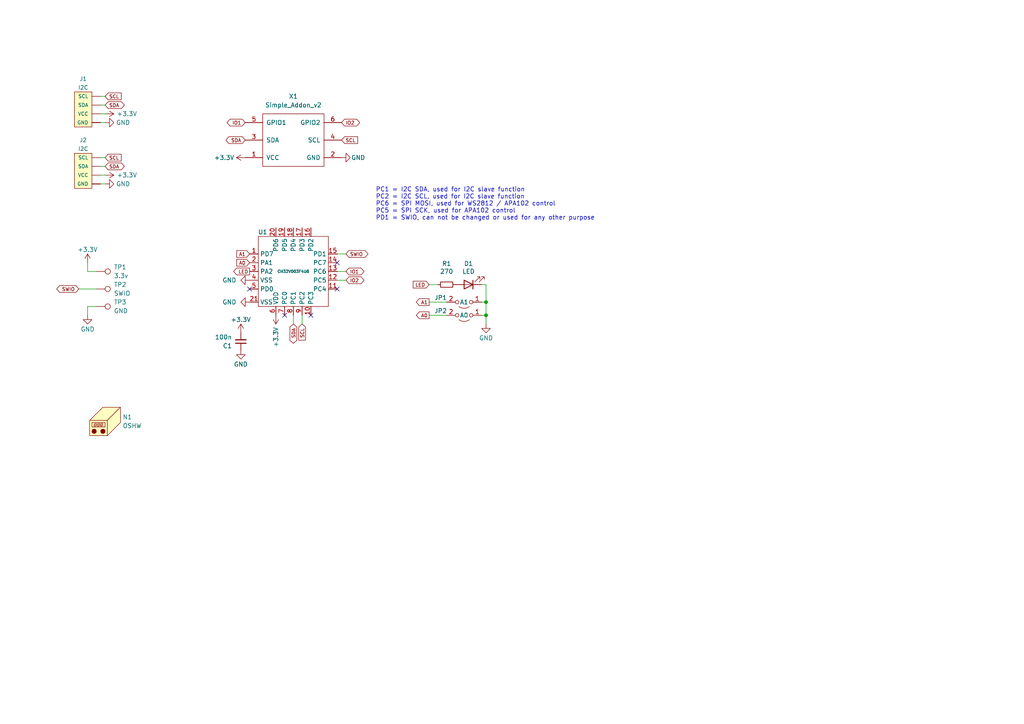
<source format=kicad_sch>
(kicad_sch (version 20231120) (generator "eeschema") (generator_version "7.99")
  (paper "A4")
  (title_block (title "QWIIC to SAO adapter") (date "2024-01-05") (rev "0.1") (company "Nicolai Electronics"))
  (lib_symbols
    (symbol "Connector:TestPoint" (pin_numbers hide) (pin_names (offset 0.762) hide)
      (property "Reference" "TP" (at 0 6.858 0))
      (property "Value" "TestPoint" (at 0 5.08 0))
      (symbol "TestPoint_0_1"
        (circle (center 0 3.302) (radius 0.762))
      )
      (symbol "TestPoint_1_1"
        (pin passive line (at 0 0 90) (length 2.54) (name "1") (number "1"))
      )
    )
    (symbol "Mechanical:Housing" (pin_names (offset 1.016))
      (property "Reference" "N" (at 3.81 0 0))
      (property "Value" "Housing" (at 3.81 -1.905 0))
      (symbol "Housing_0_1"
        (rectangle (start -5.08 -0.635) (end -1.27 -1.905))
        (circle (center -4.445 -3.175) (radius 0.635) (fill (type outline)))
        (circle (center -1.905 -3.175) (radius 0.635) (fill (type outline)))
        (polyline (pts (xy -4.5212 -1.5748) (xy -4.4704 -1.3716)))
        (polyline (pts (xy -4.4196 -1.6764) (xy -4.064 -1.6764)))
        (polyline (pts (xy -4.4196 -1.2192) (xy -4.3688 -0.9652)))
        (polyline (pts (xy -4.318 -1.3208) (xy -4.0132 -1.3208)))
        (polyline (pts (xy -4.2164 -0.9144) (xy -3.9116 -0.9144)))
        (polyline (pts (xy -3.9116 -1.6256) (xy -3.8608 -1.3716)))
        (polyline (pts (xy -3.81 -1.2192) (xy -3.7592 -0.9652)))
        (polyline (pts (xy -3.6068 -1.5748) (xy -3.556 -1.3716)))
        (polyline (pts (xy -3.5052 -1.6764) (xy -3.1496 -1.6764)))
        (polyline (pts (xy -3.5052 -1.2192) (xy -3.4544 -0.9652)))
        (polyline (pts (xy -3.4036 -1.3208) (xy -3.0988 -1.3208)))
        (polyline (pts (xy -3.302 -0.9144) (xy -2.9972 -0.9144)))
        (polyline (pts (xy -2.9972 -1.6256) (xy -2.9464 -1.3716)))
        (polyline (pts (xy -2.8956 -1.2192) (xy -2.8448 -0.9652)))
        (polyline (pts (xy -2.6924 -1.5748) (xy -2.6416 -1.3716)))
        (polyline (pts (xy -2.5908 -1.6764) (xy -2.2352 -1.6764)))
        (polyline (pts (xy -2.5908 -1.2192) (xy -2.54 -0.9652)))
        (polyline (pts (xy -2.4892 -1.3208) (xy -2.1844 -1.3208)))
        (polyline (pts (xy -2.3876 -0.9144) (xy -2.0828 -0.9144)))
        (polyline (pts (xy -2.0828 -1.6256) (xy -2.032 -1.3716)))
        (polyline (pts (xy -1.9812 -1.2192) (xy -1.9304 -0.9652)))
        (polyline (pts (xy -0.635 0) (xy -0.635 -4.445)))
        (polyline (pts (xy -5.715 0) (xy -0.635 0) (xy 3.175 3.81)))
        (polyline (pts (xy -5.715 0) (xy -5.715 -4.445) (xy -0.635 -4.445) (xy 3.175 -0.635) (xy 3.175 3.81) (xy -1.905 3.81) (xy -5.715 0)) (fill (type background)))
      )
    )
    (symbol "Simple_Addon_v2:Simple_Addon_v2" (pin_names (offset 1.016))
      (property "Reference" "X" (at 0 0 0))
      (property "Value" "Simple_Addon_v2" (at 0 20.32 0))
      (symbol "Simple_Addon_v2_0_1"
        (rectangle (start -7.62 8.89) (end 7.62 -8.89))
      )
      (symbol "Simple_Addon_v2_1_1"
        (pin input line (at -5.08 13.97 270) (length 5.08) (name "VCC") (number "1"))
        (pin input line (at -5.08 -13.97 90) (length 5.08) (name "GND") (number "2"))
        (pin input line (at 0 13.97 270) (length 5.08) (name "SDA") (number "3"))
        (pin input line (at 0 -13.97 90) (length 5.08) (name "SCL") (number "4"))
        (pin input line (at 5.08 13.97 270) (length 5.08) (name "GPIO1") (number "5"))
        (pin input line (at 5.08 -13.97 90) (length 5.08) (name "GPIO2") (number "6"))
      )
    )
    (symbol "ch32v003:CH32V003F4U6"
      (property "Reference" "U" (at 2.54 -22.86 0))
      (property "Value" "CH32V003F4U6" (at 0 0 0))
      (symbol "CH32V003F4U6_0_1"
        (rectangle (start -10.16 10.16) (end 10.16 -10.16))
      )
      (symbol "CH32V003F4U6_1_1"
        (pin bidirectional line (at -12.7 5.08 0) (length 2.54) (name "PD7") (number "1"))
        (pin bidirectional line (at 5.08 -12.7 90) (length 2.54) (name "PC3") (number "10"))
        (pin bidirectional line (at 12.7 -5.08 180) (length 2.54) (name "PC4") (number "11"))
        (pin bidirectional line (at 12.7 -2.54 180) (length 2.54) (name "PC5") (number "12"))
        (pin bidirectional line (at 12.7 0 180) (length 2.54) (name "PC6") (number "13"))
        (pin bidirectional line (at 12.7 2.54 180) (length 2.54) (name "PC7") (number "14"))
        (pin bidirectional line (at 12.7 5.08 180) (length 2.54) (name "PD1") (number "15"))
        (pin bidirectional line (at 5.08 12.7 270) (length 2.54) (name "PD2") (number "16"))
        (pin bidirectional line (at 2.54 12.7 270) (length 2.54) (name "PD3") (number "17"))
        (pin bidirectional line (at 0 12.7 270) (length 2.54) (name "PD4") (number "18"))
        (pin bidirectional line (at -2.54 12.7 270) (length 2.54) (name "PD5") (number "19"))
        (pin bidirectional line (at -12.7 2.54 0) (length 2.54) (name "PA1") (number "2"))
        (pin bidirectional line (at -5.08 12.7 270) (length 2.54) (name "PD6") (number "20"))
        (pin power_in line (at -12.7 -8.89 0) (length 2.54) (name "VSS") (number "21"))
        (pin bidirectional line (at -12.7 0 0) (length 2.54) (name "PA2") (number "3"))
        (pin power_in line (at -12.7 -2.54 0) (length 2.54) (name "VSS") (number "4"))
        (pin bidirectional line (at -12.7 -5.08 0) (length 2.54) (name "PD0") (number "5"))
        (pin power_in line (at -5.08 -12.7 90) (length 2.54) (name "VDD") (number "6"))
        (pin bidirectional line (at -2.54 -12.7 90) (length 2.54) (name "PC0") (number "7"))
        (pin bidirectional line (at 0 -12.7 90) (length 2.54) (name "PC1") (number "8"))
        (pin bidirectional line (at 2.54 -12.7 90) (length 2.54) (name "PC2") (number "9"))
      )
    )
    (symbol "power:+3.3V" (power) (pin_names (offset 0))
      (property "Value" "+3.3V" (at 0 3.556 0))
      (symbol "+3.3V_0_1"
        (polyline (pts (xy -0.762 1.27) (xy 0 2.54)))
        (polyline (pts (xy 0 0) (xy 0 2.54)))
        (polyline (pts (xy 0 2.54) (xy 0.762 1.27)))
      )
      (symbol "+3.3V_1_1"
        (pin power_in line (at 0 0 90) (length 0) hide (name "+3.3V") (number "1"))
      )
    )
    (symbol "power:GND" (power) (pin_names (offset 0))
      (property "Value" "GND" (at 0 -3.81 0))
      (symbol "GND_0_1"
        (polyline (pts (xy 0 0) (xy 0 -1.27) (xy 1.27 -1.27) (xy 0 -2.54) (xy -1.27 -1.27) (xy 0 -1.27)))
      )
      (symbol "GND_1_1"
        (pin power_in line (at 0 0 270) (length 0) hide (name "GND") (number "1"))
      )
    )
    (symbol "vfd:C_Small" (pin_numbers hide) (pin_names (offset 0.254) hide)
      (property "Reference" "C" (at 0.254 1.778 0))
      (property "Value" "C_Small" (at 0.254 -2.032 0))
      (symbol "C_Small_0_1"
        (polyline (pts (xy -1.524 -0.508) (xy 1.524 -0.508)) (stroke (width 0.3302)))
        (polyline (pts (xy -1.524 0.508) (xy 1.524 0.508)) (stroke (width 0.3048)))
      )
      (symbol "C_Small_1_1"
        (pin passive line (at 0 2.54 270) (length 2.032) (name "~") (number "1"))
        (pin passive line (at 0 -2.54 90) (length 2.032) (name "~") (number "2"))
      )
    )
    (symbol "vfd:Jumper_2_Open" (pin_names (offset 0) hide)
      (property "Reference" "JP" (at 0 2.794 0))
      (property "Value" "Jumper_2_Open" (at 0 -2.286 0))
      (symbol "Jumper_2_Open_0_0"
        (circle (center -2.032 0) (radius 0.508))
        (circle (center 2.032 0) (radius 0.508))
      )
      (symbol "Jumper_2_Open_0_1"
        (arc (start 1.524 1.27) (mid 0 1.778) (end -1.524 1.27))
      )
      (symbol "Jumper_2_Open_1_1"
        (pin passive line (at -5.08 0 0) (length 2.54) (name "A") (number "1"))
        (pin passive line (at 5.08 0 180) (length 2.54) (name "B") (number "2"))
      )
    )
    (symbol "vfd:LED" (pin_numbers hide) (pin_names (offset 1.016) hide)
      (property "Reference" "D" (at 0 2.54 0))
      (property "Value" "LED" (at 0 -2.54 0))
      (symbol "LED_0_1"
        (polyline (pts (xy -1.27 -1.27) (xy -1.27 1.27)) (stroke (width 0.254)))
        (polyline (pts (xy -1.27 0) (xy 1.27 0)))
        (polyline (pts (xy 1.27 -1.27) (xy 1.27 1.27) (xy -1.27 0) (xy 1.27 -1.27)) (stroke (width 0.254)))
        (polyline (pts (xy -3.048 -0.762) (xy -4.572 -2.286) (xy -3.81 -2.286) (xy -4.572 -2.286) (xy -4.572 -1.524)))
        (polyline (pts (xy -1.778 -0.762) (xy -3.302 -2.286) (xy -2.54 -2.286) (xy -3.302 -2.286) (xy -3.302 -1.524)))
      )
      (symbol "LED_1_1"
        (pin passive line (at -3.81 0 0) (length 2.54) (name "K") (number "1"))
        (pin passive line (at 3.81 0 180) (length 2.54) (name "A") (number "2"))
      )
    )
    (symbol "vfd:R_Small" (pin_numbers hide) (pin_names (offset 0.254) hide)
      (property "Reference" "R" (at 0.762 0.508 0))
      (property "Value" "R_Small" (at 0.762 -1.016 0))
      (symbol "R_Small_0_1"
        (rectangle (start -0.762 1.778) (end 0.762 -1.778) (stroke (width 0.2032)))
      )
      (symbol "R_Small_1_1"
        (pin passive line (at 0 2.54 270) (length 0.762) (name "~") (number "1"))
        (pin passive line (at 0 -2.54 90) (length 0.762) (name "~") (number "2"))
      )
    )
    (symbol "vfd:qwiic" (pin_numbers hide) (pin_names (offset 1.016))
      (property "Reference" "J3" (at -3.81 10.16 0))
      (property "Value" "I2C" (at -10.16 3.81 90))
      (property "Field4" "CONN-13694" (at -7.62 3.81 90))
      (symbol "qwiic_1_0"
        (rectangle (start 0 -1.27) (end -5.08 8.89) (fill (type background)))
      )
      (symbol "qwiic_1_1"
        (pin power_in line (at 2.54 0 180) (length 2.54) (name "GND") (number "1"))
        (pin power_in line (at 2.54 2.54 180) (length 2.54) (name "VCC") (number "2"))
        (pin passive line (at 2.54 5.08 180) (length 2.54) (name "SDA") (number "3"))
        (pin passive line (at 2.54 7.62 180) (length 2.54) (name "SCL") (number "4"))
        (pin power_in line (at 2.54 0 180) (length 2.54) (name "~") (number "5"))
        (pin power_in line (at 2.54 0 180) (length 2.54) (name "~") (number "6"))
      )
    )
  )
  (junction (at 140.97 87.63))
  (junction (at 140.97 91.44))
  (no_connect (at 97.79 83.82))
  (no_connect (at 82.55 91.44))
  (no_connect (at 97.79 76.2))
  (no_connect (at 72.39 83.82))
  (no_connect (at 90.17 91.44))
  (wire (pts (xy 124.46 82.55) (xy 127 82.55)))
  (wire (pts (xy 139.7 87.63) (xy 140.97 87.63)))
  (wire (pts (xy 97.79 78.74) (xy 100.33 78.74)))
  (wire (pts (xy 85.09 91.44) (xy 85.09 93.98)))
  (wire (pts (xy 29.21 45.72) (xy 30.48 45.72)))
  (wire (pts (xy 25.4 78.74) (xy 27.94 78.74)))
  (wire (pts (xy 87.63 91.44) (xy 87.63 93.98)))
  (wire (pts (xy 29.21 27.94) (xy 30.48 27.94)))
  (wire (pts (xy 29.21 30.48) (xy 30.48 30.48)))
  (wire (pts (xy 27.94 88.9) (xy 25.4 88.9)))
  (wire (pts (xy 29.21 48.26) (xy 30.48 48.26)))
  (wire (pts (xy 124.46 87.63) (xy 129.54 87.63)))
  (wire (pts (xy 29.21 53.34) (xy 30.48 53.34)))
  (wire (pts (xy 25.4 88.9) (xy 25.4 91.44)))
  (wire (pts (xy 140.97 91.44) (xy 140.97 93.98)))
  (wire (pts (xy 139.7 91.44) (xy 140.97 91.44)))
  (wire (pts (xy 97.79 73.66) (xy 100.33 73.66)))
  (wire (pts (xy 29.21 50.8) (xy 30.48 50.8)))
  (wire (pts (xy 29.21 35.56) (xy 30.48 35.56)))
  (wire (pts (xy 25.4 76.2) (xy 25.4 78.74)))
  (wire (pts (xy 22.86 83.82) (xy 27.94 83.82)))
  (wire (pts (xy 124.46 91.44) (xy 129.54 91.44)))
  (wire (pts (xy 140.97 82.55) (xy 139.7 82.55)))
  (wire (pts (xy 140.97 87.63) (xy 140.97 91.44)))
  (wire (pts (xy 29.21 33.02) (xy 30.48 33.02)))
  (wire (pts (xy 97.79 81.28) (xy 100.33 81.28)))
  (wire (pts (xy 140.97 87.63) (xy 140.97 82.55)))
  (text "PC1 = I2C SDA, used for I2C slave function\nPC2 = I2C SCL, used for I2C slave function\nPC6 = SPI MOSI, used for WS2812 / APA102 control \nPC5 = SPI SCK, used for APA102 control\nPD1 = SWIO, can not be changed or used for any other purpose" (at 108.966 59.182 0) (effects (font (size 1.27 1.27)) (justify left)))
  (global_label "SDA" (shape bidirectional) (at 71.12 40.64 180) (effects (font (size 1 1))) (property "Intersheetrefs" "${INTERSHEET_REFS}" (effects (hide yes))))
  (global_label "SCL" (shape input) (at 87.63 93.98 270) (effects (font (size 1 1))) (property "Intersheetrefs" "${INTERSHEET_REFS}" (effects (hide yes))))
  (global_label "SDA" (shape bidirectional) (at 85.09 93.98 270) (effects (font (size 1 1))) (property "Intersheetrefs" "${INTERSHEET_REFS}" (effects (hide yes))))
  (global_label "SCL" (shape input) (at 30.48 45.72 0) (effects (font (size 1 1))) (property "Intersheetrefs" "${INTERSHEET_REFS}" (effects (hide yes))))
  (global_label "A0" (shape output) (at 124.46 91.44 180) (effects (font (size 1 1))) (property "Intersheetrefs" "${INTERSHEET_REFS}" (effects (hide yes))))
  (global_label "SCL" (shape input) (at 99.06 40.64 0) (effects (font (size 1 1))) (property "Intersheetrefs" "${INTERSHEET_REFS}" (effects (hide yes))))
  (global_label "A0" (shape input) (at 72.39 76.2 180) (effects (font (size 1 1))) (property "Intersheetrefs" "${INTERSHEET_REFS}" (effects (hide yes))))
  (global_label "SWIO" (shape bidirectional) (at 22.86 83.82 180) (effects (font (size 1 1))) (property "Intersheetrefs" "${INTERSHEET_REFS}" (effects (hide yes))))
  (global_label "SCL" (shape input) (at 30.48 27.94 0) (effects (font (size 1 1))) (property "Intersheetrefs" "${INTERSHEET_REFS}" (effects (hide yes))))
  (global_label "LED" (shape output) (at 72.39 78.74 180) (effects (font (size 1 1))) (property "Intersheetrefs" "${INTERSHEET_REFS}" (effects (hide yes))))
  (global_label "LED" (shape input) (at 124.46 82.55 180) (effects (font (size 1 1))) (property "Intersheetrefs" "${INTERSHEET_REFS}" (effects (hide yes))))
  (global_label "SWIO" (shape bidirectional) (at 100.33 73.66 0) (effects (font (size 1 1))) (property "Intersheetrefs" "${INTERSHEET_REFS}" (effects (hide yes))))
  (global_label "IO2" (shape bidirectional) (at 100.33 81.28 0) (effects (font (size 1 1))) (property "Intersheetrefs" "${INTERSHEET_REFS}" (effects (hide yes))))
  (global_label "A1" (shape input) (at 72.39 73.66 180) (effects (font (size 1 1))) (property "Intersheetrefs" "${INTERSHEET_REFS}" (effects (hide yes))))
  (global_label "IO1" (shape bidirectional) (at 71.12 35.56 180) (effects (font (size 1 1))) (property "Intersheetrefs" "${INTERSHEET_REFS}" (effects (hide yes))))
  (global_label "A1" (shape output) (at 124.46 87.63 180) (effects (font (size 1 1))) (property "Intersheetrefs" "${INTERSHEET_REFS}" (effects (hide yes))))
  (global_label "SDA" (shape bidirectional) (at 30.48 48.26 0) (effects (font (size 1 1))) (property "Intersheetrefs" "${INTERSHEET_REFS}" (effects (hide yes))))
  (global_label "IO2" (shape bidirectional) (at 99.06 35.56 0) (effects (font (size 1 1))) (property "Intersheetrefs" "${INTERSHEET_REFS}" (effects (hide yes))))
  (global_label "IO1" (shape bidirectional) (at 100.33 78.74 0) (effects (font (size 1 1))) (property "Intersheetrefs" "${INTERSHEET_REFS}" (effects (hide yes))))
  (global_label "SDA" (shape bidirectional) (at 30.48 30.48 0) (effects (font (size 1 1))) (property "Intersheetrefs" "${INTERSHEET_REFS}" (effects (hide yes))))
  (symbol (lib_id "vfd:qwiic") (at 26.67 53.34 0) (unit 1)
    (property "Reference" "J2" (at 24.13 40.64 0) (effects (font (size 1.143 1.143))))
    (property "Value" "I2C" (at 24.13 43.18 0) (effects (font (size 1.143 1.143))))
    (property "Footprint" "custom:1X04_1MM_RA_GND" (effects (hide yes)))
    (property "Datasheet" "https://datasheet.lcsc.com/lcsc/1811151533_JST-Sales-America-SM04B-SRSS-TB-LF-SN_C160404.pdf" (effects (hide yes)))
    (property "LCSC" "C160404" (effects (hide yes)))
  )
  (symbol (lib_id "power:GND") (at 99.06 45.72 90) (unit 1)
    (property "Reference" "#PWR013" (effects (hide yes)))
    (property "Value" "GND" (at 103.886 45.72 90))
  )
  (symbol (lib_id "Connector:TestPoint") (at 27.94 83.82 270) (unit 1)
    (property "Reference" "TP2" (at 33.02 82.5499 90) (effects (justify left)))
    (property "Value" "SWIO" (at 33.02 85.0899 90) (effects (justify left)))
    (property "Footprint" "TestPoint:TestPoint_Pad_D2.0mm" (effects (hide yes)))
    (property "Description" "test point" (effects (hide yes)))
    (property "LCSC" "-" (effects (hide yes)))
  )
  (symbol (lib_id "vfd:qwiic") (at 26.67 35.56 0) (unit 1)
    (property "Reference" "J1" (at 24.13 22.86 0) (effects (font (size 1.143 1.143))))
    (property "Value" "I2C" (at 24.13 25.4 0) (effects (font (size 1.143 1.143))))
    (property "Footprint" "custom:1X04_1MM_RA_GND" (effects (hide yes)))
    (property "Datasheet" "https://datasheet.lcsc.com/lcsc/1811151533_JST-Sales-America-SM04B-SRSS-TB-LF-SN_C160404.pdf" (effects (hide yes)))
    (property "LCSC" "C160404" (effects (hide yes)))
  )
  (symbol (lib_id "power:+3.3V") (at 69.85 96.52 0) (unit 1)
    (property "Reference" "#PWR07" (effects (hide yes)))
    (property "Value" "+3.3V" (at 69.85 92.71 0))
  )
  (symbol (lib_id "power:+3.3V") (at 80.01 91.44 180) (unit 1)
    (property "Reference" "#PWR012" (effects (hide yes)))
    (property "Value" "+3.3V" (at 80.01 97.79 90))
  )
  (symbol (lib_id "power:GND") (at 140.97 93.98 0) (unit 1)
    (property "Reference" "#PWR014" (effects (hide yes)))
    (property "Value" "GND" (at 140.97 98.044 0))
  )
  (symbol (lib_id "power:GND") (at 72.39 81.28 270) (unit 1)
    (property "Reference" "#PWR010" (effects (hide yes)))
    (property "Value" "GND" (at 68.58 81.28 90) (effects (justify right)))
  )
  (symbol (lib_id "Connector:TestPoint") (at 27.94 78.74 270) (unit 1)
    (property "Reference" "TP1" (at 33.02 77.4699 90) (effects (justify left)))
    (property "Value" "3.3v" (at 33.02 80.0099 90) (effects (justify left)))
    (property "Footprint" "TestPoint:TestPoint_Pad_D2.0mm" (effects (hide yes)))
    (property "Description" "test point" (effects (hide yes)))
    (property "LCSC" "-" (effects (hide yes)))
  )
  (symbol (lib_id "power:GND") (at 30.48 53.34 90) (unit 1)
    (property "Reference" "#PWR06" (effects (hide yes)))
    (property "Value" "GND" (at 33.655 53.34 90) (effects (justify right)))
  )
  (symbol (lib_id "power:+3.3V") (at 30.48 33.02 270) (unit 1)
    (property "Reference" "#PWR03" (effects (hide yes)))
    (property "Value" "+3.3V" (at 36.83 33.02 90))
  )
  (symbol (lib_id "vfd:R_Small") (at 129.54 82.55 270) (mirror x) (unit 1)
    (property "Reference" "R1" (at 129.54 76.454 90))
    (property "Value" "270" (at 129.54 78.74 90))
    (property "Footprint" "Resistor_SMD:R_0402_1005Metric" (effects (hide yes)))
    (property "LCSC" "C22966" (effects (hide yes)))
  )
  (symbol (lib_id "vfd:LED") (at 135.89 82.55 180) (unit 1)
    (property "Reference" "D1" (at 135.89 76.454 0))
    (property "Value" "LED" (at 135.89 78.74 0))
    (property "Footprint" "LED_SMD:LED_0603_1608Metric" (effects (hide yes)))
    (property "Description" "Light emitting diode" (effects (hide yes)))
    (property "LCSC" "C264473" (effects (hide yes)))
  )
  (symbol (lib_id "power:GND") (at 30.48 35.56 90) (unit 1)
    (property "Reference" "#PWR04" (effects (hide yes)))
    (property "Value" "GND" (at 33.655 35.56 90) (effects (justify right)))
  )
  (symbol (lib_id "power:GND") (at 69.85 101.6 0) (unit 1)
    (property "Reference" "#PWR08" (effects (hide yes)))
    (property "Value" "GND" (at 69.85 105.664 0))
  )
  (symbol (lib_id "power:+3.3V") (at 71.12 45.72 90) (unit 1)
    (property "Reference" "#PWR09" (effects (hide yes)))
    (property "Value" "+3.3V" (at 65.024 45.72 90))
  )
  (symbol (lib_id "vfd:C_Small") (at 69.85 99.06 180) (unit 1)
    (property "Reference" "C1" (at 67.31 100.3237 0) (effects (justify left)))
    (property "Value" "100n" (at 67.31 97.7837 0) (effects (justify left)))
    (property "Footprint" "Capacitor_SMD:C_0402_1005Metric" (effects (hide yes)))
  )
  (symbol (lib_id "power:GND") (at 72.39 87.63 270) (unit 1)
    (property "Reference" "#PWR011" (effects (hide yes)))
    (property "Value" "GND" (at 68.58 87.63 90) (effects (justify right)))
  )
  (symbol (lib_id "vfd:Jumper_2_Open") (at 134.62 91.44 180) (unit 1)
    (property "Reference" "JP2" (at 125.984 90.17 0) (effects (justify right)))
    (property "Value" "A0" (at 133.35 91.44 0) (effects (justify right)))
    (property "Footprint" "Jumper:SolderJumper-2_P1.3mm_Open_TrianglePad1.0x1.5mm" (effects (hide yes)))
    (property "Description" "Jumper, 2-pole, open" (effects (hide yes)))
    (property "LCSC" "-" (effects (hide yes)))
  )
  (symbol (lib_id "Simple_Addon_v2:Simple_Addon_v2") (at 85.09 40.64 90) (unit 1)
    (property "Reference" "X1" (at 85.09 27.94 90))
    (property "Value" "Simple_Addon_v2" (at 85.09 30.48 90))
    (property "Footprint" "Simple_Addon_v2:Simple_Addon_v2-BADGE-2x3" (effects (hide yes)))
  )
  (symbol (lib_id "power:GND") (at 25.4 91.44 0) (unit 1)
    (property "Reference" "#PWR02" (effects (hide yes)))
    (property "Value" "GND" (at 25.4 95.504 0))
  )
  (symbol (lib_id "Mechanical:Housing") (at 31.75 121.92 0) (unit 1)
    (property "Reference" "N1" (at 35.56 120.9674 0) (effects (justify left)))
    (property "Value" "OSHW" (at 35.56 123.5074 0) (effects (justify left)))
    (property "Footprint" "custom:OSHW-Logo2_7.3x6mm_Mask" (effects (hide yes)))
    (property "Description" "Housing" (effects (hide yes)))
  )
  (symbol (lib_id "power:+3.3V") (at 30.48 50.8 270) (unit 1)
    (property "Reference" "#PWR05" (effects (hide yes)))
    (property "Value" "+3.3V" (at 36.83 50.8 90))
  )
  (symbol (lib_id "power:+3.3V") (at 25.4 76.2 0) (unit 1)
    (property "Reference" "#PWR01" (effects (hide yes)))
    (property "Value" "+3.3V" (at 25.4 72.39 0))
  )
  (symbol (lib_id "ch32v003:CH32V003F4U6") (at 85.09 78.74 0) (unit 1)
    (property "Reference" "U1" (at 76.2 67.31 0))
    (property "Value" "CH32V003F4U6" (at 85.09 78.74 0) (effects (font (size 0.8 0.8))))
    (property "Footprint" "Package_DFN_QFN:QFN-20-1EP_3x3mm_P0.4mm_EP1.65x1.65mm" (effects (hide yes)))
    (property "LCSC" "C5299908" (effects (hide yes)))
  )
  (symbol (lib_id "vfd:Jumper_2_Open") (at 134.62 87.63 180) (unit 1)
    (property "Reference" "JP1" (at 125.984 86.36 0) (effects (justify right)))
    (property "Value" "A1" (at 133.35 87.63 0) (effects (justify right)))
    (property "Footprint" "Jumper:SolderJumper-2_P1.3mm_Open_TrianglePad1.0x1.5mm" (effects (hide yes)))
    (property "Description" "Jumper, 2-pole, open" (effects (hide yes)))
    (property "LCSC" "-" (effects (hide yes)))
  )
  (symbol (lib_id "Connector:TestPoint") (at 27.94 88.9 270) (unit 1)
    (property "Reference" "TP3" (at 33.02 87.6299 90) (effects (justify left)))
    (property "Value" "GND" (at 33.02 90.1699 90) (effects (justify left)))
    (property "Footprint" "TestPoint:TestPoint_Pad_D2.0mm" (effects (hide yes)))
    (property "Description" "test point" (effects (hide yes)))
    (property "LCSC" "-" (effects (hide yes)))
  )
)
</source>
